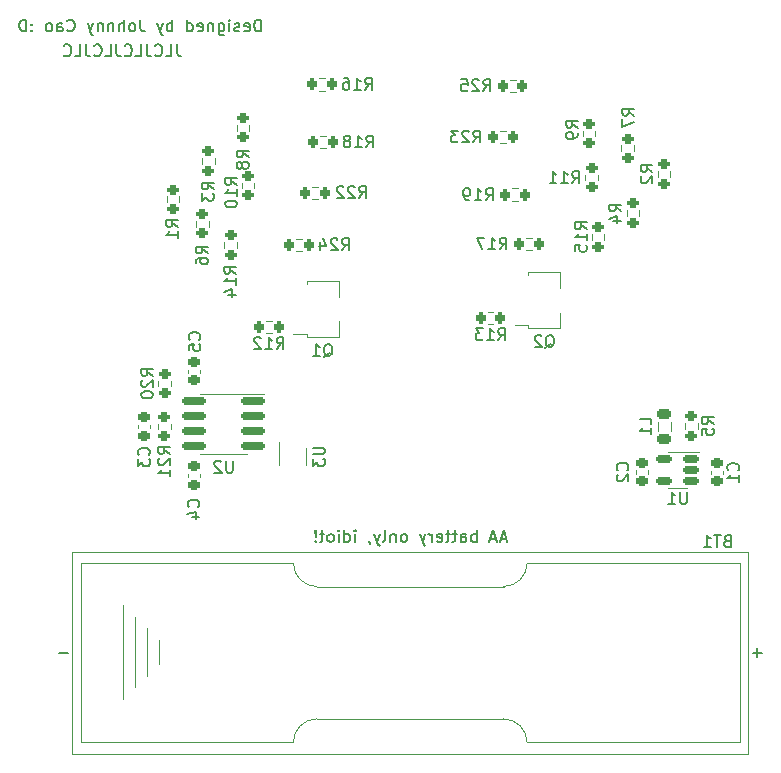
<source format=gbo>
%TF.GenerationSoftware,KiCad,Pcbnew,(6.0.0-0)*%
%TF.CreationDate,2022-07-31T01:07:45-04:00*%
%TF.ProjectId,sam-bday-21,73616d2d-6264-4617-992d-32312e6b6963,v1*%
%TF.SameCoordinates,Original*%
%TF.FileFunction,Legend,Bot*%
%TF.FilePolarity,Positive*%
%FSLAX46Y46*%
G04 Gerber Fmt 4.6, Leading zero omitted, Abs format (unit mm)*
G04 Created by KiCad (PCBNEW (6.0.0-0)) date 2022-07-31 01:07:45*
%MOMM*%
%LPD*%
G01*
G04 APERTURE LIST*
G04 Aperture macros list*
%AMRoundRect*
0 Rectangle with rounded corners*
0 $1 Rounding radius*
0 $2 $3 $4 $5 $6 $7 $8 $9 X,Y pos of 4 corners*
0 Add a 4 corners polygon primitive as box body*
4,1,4,$2,$3,$4,$5,$6,$7,$8,$9,$2,$3,0*
0 Add four circle primitives for the rounded corners*
1,1,$1+$1,$2,$3*
1,1,$1+$1,$4,$5*
1,1,$1+$1,$6,$7*
1,1,$1+$1,$8,$9*
0 Add four rect primitives between the rounded corners*
20,1,$1+$1,$2,$3,$4,$5,0*
20,1,$1+$1,$4,$5,$6,$7,0*
20,1,$1+$1,$6,$7,$8,$9,0*
20,1,$1+$1,$8,$9,$2,$3,0*%
%AMFreePoly0*
4,1,9,3.862500,-0.866500,0.737500,-0.866500,0.737500,-0.450000,-0.737500,-0.450000,-0.737500,0.450000,0.737500,0.450000,0.737500,0.866500,3.862500,0.866500,3.862500,-0.866500,3.862500,-0.866500,$1*%
G04 Aperture macros list end*
%ADD10C,0.150000*%
%ADD11C,0.120000*%
%ADD12RoundRect,0.200000X0.200000X0.275000X-0.200000X0.275000X-0.200000X-0.275000X0.200000X-0.275000X0*%
%ADD13RoundRect,0.200000X-0.275000X0.200000X-0.275000X-0.200000X0.275000X-0.200000X0.275000X0.200000X0*%
%ADD14RoundRect,0.218750X-0.381250X0.218750X-0.381250X-0.218750X0.381250X-0.218750X0.381250X0.218750X0*%
%ADD15R,1.300000X0.900000*%
%ADD16FreePoly0,0.000000*%
%ADD17RoundRect,0.225000X0.250000X-0.225000X0.250000X0.225000X-0.250000X0.225000X-0.250000X-0.225000X0*%
%ADD18RoundRect,0.225000X-0.250000X0.225000X-0.250000X-0.225000X0.250000X-0.225000X0.250000X0.225000X0*%
%ADD19RoundRect,0.200000X-0.200000X-0.275000X0.200000X-0.275000X0.200000X0.275000X-0.200000X0.275000X0*%
%ADD20R,0.400000X0.650000*%
%ADD21C,2.000000*%
%ADD22R,2.000000X2.000000*%
%ADD23C,2.640000*%
%ADD24RoundRect,0.150000X0.825000X0.150000X-0.825000X0.150000X-0.825000X-0.150000X0.825000X-0.150000X0*%
%ADD25RoundRect,0.150000X0.512500X0.150000X-0.512500X0.150000X-0.512500X-0.150000X0.512500X-0.150000X0*%
G04 APERTURE END LIST*
D10*
X116887047Y-60564780D02*
X116887047Y-61279066D01*
X116934666Y-61421923D01*
X117029904Y-61517161D01*
X117172761Y-61564780D01*
X117268000Y-61564780D01*
X115934666Y-61564780D02*
X116410857Y-61564780D01*
X116410857Y-60564780D01*
X115029904Y-61469542D02*
X115077523Y-61517161D01*
X115220380Y-61564780D01*
X115315619Y-61564780D01*
X115458476Y-61517161D01*
X115553714Y-61421923D01*
X115601333Y-61326685D01*
X115648952Y-61136209D01*
X115648952Y-60993352D01*
X115601333Y-60802876D01*
X115553714Y-60707638D01*
X115458476Y-60612400D01*
X115315619Y-60564780D01*
X115220380Y-60564780D01*
X115077523Y-60612400D01*
X115029904Y-60660019D01*
X114315619Y-60564780D02*
X114315619Y-61279066D01*
X114363238Y-61421923D01*
X114458476Y-61517161D01*
X114601333Y-61564780D01*
X114696571Y-61564780D01*
X113363238Y-61564780D02*
X113839428Y-61564780D01*
X113839428Y-60564780D01*
X112458476Y-61469542D02*
X112506095Y-61517161D01*
X112648952Y-61564780D01*
X112744190Y-61564780D01*
X112887047Y-61517161D01*
X112982285Y-61421923D01*
X113029904Y-61326685D01*
X113077523Y-61136209D01*
X113077523Y-60993352D01*
X113029904Y-60802876D01*
X112982285Y-60707638D01*
X112887047Y-60612400D01*
X112744190Y-60564780D01*
X112648952Y-60564780D01*
X112506095Y-60612400D01*
X112458476Y-60660019D01*
X111744190Y-60564780D02*
X111744190Y-61279066D01*
X111791809Y-61421923D01*
X111887047Y-61517161D01*
X112029904Y-61564780D01*
X112125142Y-61564780D01*
X110791809Y-61564780D02*
X111268000Y-61564780D01*
X111268000Y-60564780D01*
X109887047Y-61469542D02*
X109934666Y-61517161D01*
X110077523Y-61564780D01*
X110172761Y-61564780D01*
X110315619Y-61517161D01*
X110410857Y-61421923D01*
X110458476Y-61326685D01*
X110506095Y-61136209D01*
X110506095Y-60993352D01*
X110458476Y-60802876D01*
X110410857Y-60707638D01*
X110315619Y-60612400D01*
X110172761Y-60564780D01*
X110077523Y-60564780D01*
X109934666Y-60612400D01*
X109887047Y-60660019D01*
X109172761Y-60564780D02*
X109172761Y-61279066D01*
X109220380Y-61421923D01*
X109315619Y-61517161D01*
X109458476Y-61564780D01*
X109553714Y-61564780D01*
X108220380Y-61564780D02*
X108696571Y-61564780D01*
X108696571Y-60564780D01*
X107315619Y-61469542D02*
X107363238Y-61517161D01*
X107506095Y-61564780D01*
X107601333Y-61564780D01*
X107744190Y-61517161D01*
X107839428Y-61421923D01*
X107887047Y-61326685D01*
X107934666Y-61136209D01*
X107934666Y-60993352D01*
X107887047Y-60802876D01*
X107839428Y-60707638D01*
X107744190Y-60612400D01*
X107601333Y-60564780D01*
X107506095Y-60564780D01*
X107363238Y-60612400D01*
X107315619Y-60660019D01*
X144772638Y-102401666D02*
X144296447Y-102401666D01*
X144867876Y-102687380D02*
X144534542Y-101687380D01*
X144201209Y-102687380D01*
X143915495Y-102401666D02*
X143439304Y-102401666D01*
X144010733Y-102687380D02*
X143677400Y-101687380D01*
X143344066Y-102687380D01*
X142248828Y-102687380D02*
X142248828Y-101687380D01*
X142248828Y-102068333D02*
X142153590Y-102020714D01*
X141963114Y-102020714D01*
X141867876Y-102068333D01*
X141820257Y-102115952D01*
X141772638Y-102211190D01*
X141772638Y-102496904D01*
X141820257Y-102592142D01*
X141867876Y-102639761D01*
X141963114Y-102687380D01*
X142153590Y-102687380D01*
X142248828Y-102639761D01*
X140915495Y-102687380D02*
X140915495Y-102163571D01*
X140963114Y-102068333D01*
X141058352Y-102020714D01*
X141248828Y-102020714D01*
X141344066Y-102068333D01*
X140915495Y-102639761D02*
X141010733Y-102687380D01*
X141248828Y-102687380D01*
X141344066Y-102639761D01*
X141391685Y-102544523D01*
X141391685Y-102449285D01*
X141344066Y-102354047D01*
X141248828Y-102306428D01*
X141010733Y-102306428D01*
X140915495Y-102258809D01*
X140582161Y-102020714D02*
X140201209Y-102020714D01*
X140439304Y-101687380D02*
X140439304Y-102544523D01*
X140391685Y-102639761D01*
X140296447Y-102687380D01*
X140201209Y-102687380D01*
X140010733Y-102020714D02*
X139629780Y-102020714D01*
X139867876Y-101687380D02*
X139867876Y-102544523D01*
X139820257Y-102639761D01*
X139725019Y-102687380D01*
X139629780Y-102687380D01*
X138915495Y-102639761D02*
X139010733Y-102687380D01*
X139201209Y-102687380D01*
X139296447Y-102639761D01*
X139344066Y-102544523D01*
X139344066Y-102163571D01*
X139296447Y-102068333D01*
X139201209Y-102020714D01*
X139010733Y-102020714D01*
X138915495Y-102068333D01*
X138867876Y-102163571D01*
X138867876Y-102258809D01*
X139344066Y-102354047D01*
X138439304Y-102687380D02*
X138439304Y-102020714D01*
X138439304Y-102211190D02*
X138391685Y-102115952D01*
X138344066Y-102068333D01*
X138248828Y-102020714D01*
X138153590Y-102020714D01*
X137915495Y-102020714D02*
X137677400Y-102687380D01*
X137439304Y-102020714D02*
X137677400Y-102687380D01*
X137772638Y-102925476D01*
X137820257Y-102973095D01*
X137915495Y-103020714D01*
X136153590Y-102687380D02*
X136248828Y-102639761D01*
X136296447Y-102592142D01*
X136344066Y-102496904D01*
X136344066Y-102211190D01*
X136296447Y-102115952D01*
X136248828Y-102068333D01*
X136153590Y-102020714D01*
X136010733Y-102020714D01*
X135915495Y-102068333D01*
X135867876Y-102115952D01*
X135820257Y-102211190D01*
X135820257Y-102496904D01*
X135867876Y-102592142D01*
X135915495Y-102639761D01*
X136010733Y-102687380D01*
X136153590Y-102687380D01*
X135391685Y-102020714D02*
X135391685Y-102687380D01*
X135391685Y-102115952D02*
X135344066Y-102068333D01*
X135248828Y-102020714D01*
X135105971Y-102020714D01*
X135010733Y-102068333D01*
X134963114Y-102163571D01*
X134963114Y-102687380D01*
X134344066Y-102687380D02*
X134439304Y-102639761D01*
X134486923Y-102544523D01*
X134486923Y-101687380D01*
X134058352Y-102020714D02*
X133820257Y-102687380D01*
X133582161Y-102020714D02*
X133820257Y-102687380D01*
X133915495Y-102925476D01*
X133963114Y-102973095D01*
X134058352Y-103020714D01*
X133153590Y-102639761D02*
X133153590Y-102687380D01*
X133201209Y-102782619D01*
X133248828Y-102830238D01*
X131963114Y-102687380D02*
X131963114Y-102020714D01*
X131963114Y-101687380D02*
X132010733Y-101735000D01*
X131963114Y-101782619D01*
X131915495Y-101735000D01*
X131963114Y-101687380D01*
X131963114Y-101782619D01*
X131058352Y-102687380D02*
X131058352Y-101687380D01*
X131058352Y-102639761D02*
X131153590Y-102687380D01*
X131344066Y-102687380D01*
X131439304Y-102639761D01*
X131486923Y-102592142D01*
X131534542Y-102496904D01*
X131534542Y-102211190D01*
X131486923Y-102115952D01*
X131439304Y-102068333D01*
X131344066Y-102020714D01*
X131153590Y-102020714D01*
X131058352Y-102068333D01*
X130582161Y-102687380D02*
X130582161Y-102020714D01*
X130582161Y-101687380D02*
X130629780Y-101735000D01*
X130582161Y-101782619D01*
X130534542Y-101735000D01*
X130582161Y-101687380D01*
X130582161Y-101782619D01*
X129963114Y-102687380D02*
X130058352Y-102639761D01*
X130105971Y-102592142D01*
X130153590Y-102496904D01*
X130153590Y-102211190D01*
X130105971Y-102115952D01*
X130058352Y-102068333D01*
X129963114Y-102020714D01*
X129820257Y-102020714D01*
X129725019Y-102068333D01*
X129677400Y-102115952D01*
X129629780Y-102211190D01*
X129629780Y-102496904D01*
X129677400Y-102592142D01*
X129725019Y-102639761D01*
X129820257Y-102687380D01*
X129963114Y-102687380D01*
X129344066Y-102020714D02*
X128963114Y-102020714D01*
X129201209Y-101687380D02*
X129201209Y-102544523D01*
X129153590Y-102639761D01*
X129058352Y-102687380D01*
X128963114Y-102687380D01*
X128629780Y-102592142D02*
X128582161Y-102639761D01*
X128629780Y-102687380D01*
X128677400Y-102639761D01*
X128629780Y-102592142D01*
X128629780Y-102687380D01*
X128629780Y-102306428D02*
X128677400Y-101735000D01*
X128629780Y-101687380D01*
X128582161Y-101735000D01*
X128629780Y-102306428D01*
X128629780Y-101687380D01*
X123982476Y-59456580D02*
X123982476Y-58456580D01*
X123744380Y-58456580D01*
X123601523Y-58504200D01*
X123506285Y-58599438D01*
X123458666Y-58694676D01*
X123411047Y-58885152D01*
X123411047Y-59028009D01*
X123458666Y-59218485D01*
X123506285Y-59313723D01*
X123601523Y-59408961D01*
X123744380Y-59456580D01*
X123982476Y-59456580D01*
X122601523Y-59408961D02*
X122696761Y-59456580D01*
X122887238Y-59456580D01*
X122982476Y-59408961D01*
X123030095Y-59313723D01*
X123030095Y-58932771D01*
X122982476Y-58837533D01*
X122887238Y-58789914D01*
X122696761Y-58789914D01*
X122601523Y-58837533D01*
X122553904Y-58932771D01*
X122553904Y-59028009D01*
X123030095Y-59123247D01*
X122172952Y-59408961D02*
X122077714Y-59456580D01*
X121887238Y-59456580D01*
X121792000Y-59408961D01*
X121744380Y-59313723D01*
X121744380Y-59266104D01*
X121792000Y-59170866D01*
X121887238Y-59123247D01*
X122030095Y-59123247D01*
X122125333Y-59075628D01*
X122172952Y-58980390D01*
X122172952Y-58932771D01*
X122125333Y-58837533D01*
X122030095Y-58789914D01*
X121887238Y-58789914D01*
X121792000Y-58837533D01*
X121315809Y-59456580D02*
X121315809Y-58789914D01*
X121315809Y-58456580D02*
X121363428Y-58504200D01*
X121315809Y-58551819D01*
X121268190Y-58504200D01*
X121315809Y-58456580D01*
X121315809Y-58551819D01*
X120411047Y-58789914D02*
X120411047Y-59599438D01*
X120458666Y-59694676D01*
X120506285Y-59742295D01*
X120601523Y-59789914D01*
X120744380Y-59789914D01*
X120839619Y-59742295D01*
X120411047Y-59408961D02*
X120506285Y-59456580D01*
X120696761Y-59456580D01*
X120792000Y-59408961D01*
X120839619Y-59361342D01*
X120887238Y-59266104D01*
X120887238Y-58980390D01*
X120839619Y-58885152D01*
X120792000Y-58837533D01*
X120696761Y-58789914D01*
X120506285Y-58789914D01*
X120411047Y-58837533D01*
X119934857Y-58789914D02*
X119934857Y-59456580D01*
X119934857Y-58885152D02*
X119887238Y-58837533D01*
X119792000Y-58789914D01*
X119649142Y-58789914D01*
X119553904Y-58837533D01*
X119506285Y-58932771D01*
X119506285Y-59456580D01*
X118649142Y-59408961D02*
X118744380Y-59456580D01*
X118934857Y-59456580D01*
X119030095Y-59408961D01*
X119077714Y-59313723D01*
X119077714Y-58932771D01*
X119030095Y-58837533D01*
X118934857Y-58789914D01*
X118744380Y-58789914D01*
X118649142Y-58837533D01*
X118601523Y-58932771D01*
X118601523Y-59028009D01*
X119077714Y-59123247D01*
X117744380Y-59456580D02*
X117744380Y-58456580D01*
X117744380Y-59408961D02*
X117839619Y-59456580D01*
X118030095Y-59456580D01*
X118125333Y-59408961D01*
X118172952Y-59361342D01*
X118220571Y-59266104D01*
X118220571Y-58980390D01*
X118172952Y-58885152D01*
X118125333Y-58837533D01*
X118030095Y-58789914D01*
X117839619Y-58789914D01*
X117744380Y-58837533D01*
X116506285Y-59456580D02*
X116506285Y-58456580D01*
X116506285Y-58837533D02*
X116411047Y-58789914D01*
X116220571Y-58789914D01*
X116125333Y-58837533D01*
X116077714Y-58885152D01*
X116030095Y-58980390D01*
X116030095Y-59266104D01*
X116077714Y-59361342D01*
X116125333Y-59408961D01*
X116220571Y-59456580D01*
X116411047Y-59456580D01*
X116506285Y-59408961D01*
X115696761Y-58789914D02*
X115458666Y-59456580D01*
X115220571Y-58789914D02*
X115458666Y-59456580D01*
X115553904Y-59694676D01*
X115601523Y-59742295D01*
X115696761Y-59789914D01*
X113792000Y-58456580D02*
X113792000Y-59170866D01*
X113839619Y-59313723D01*
X113934857Y-59408961D01*
X114077714Y-59456580D01*
X114172952Y-59456580D01*
X113172952Y-59456580D02*
X113268190Y-59408961D01*
X113315809Y-59361342D01*
X113363428Y-59266104D01*
X113363428Y-58980390D01*
X113315809Y-58885152D01*
X113268190Y-58837533D01*
X113172952Y-58789914D01*
X113030095Y-58789914D01*
X112934857Y-58837533D01*
X112887238Y-58885152D01*
X112839619Y-58980390D01*
X112839619Y-59266104D01*
X112887238Y-59361342D01*
X112934857Y-59408961D01*
X113030095Y-59456580D01*
X113172952Y-59456580D01*
X112411047Y-59456580D02*
X112411047Y-58456580D01*
X111982476Y-59456580D02*
X111982476Y-58932771D01*
X112030095Y-58837533D01*
X112125333Y-58789914D01*
X112268190Y-58789914D01*
X112363428Y-58837533D01*
X112411047Y-58885152D01*
X111506285Y-58789914D02*
X111506285Y-59456580D01*
X111506285Y-58885152D02*
X111458666Y-58837533D01*
X111363428Y-58789914D01*
X111220571Y-58789914D01*
X111125333Y-58837533D01*
X111077714Y-58932771D01*
X111077714Y-59456580D01*
X110601523Y-58789914D02*
X110601523Y-59456580D01*
X110601523Y-58885152D02*
X110553904Y-58837533D01*
X110458666Y-58789914D01*
X110315809Y-58789914D01*
X110220571Y-58837533D01*
X110172952Y-58932771D01*
X110172952Y-59456580D01*
X109792000Y-58789914D02*
X109553904Y-59456580D01*
X109315809Y-58789914D02*
X109553904Y-59456580D01*
X109649142Y-59694676D01*
X109696761Y-59742295D01*
X109792000Y-59789914D01*
X107601523Y-59361342D02*
X107649142Y-59408961D01*
X107792000Y-59456580D01*
X107887238Y-59456580D01*
X108030095Y-59408961D01*
X108125333Y-59313723D01*
X108172952Y-59218485D01*
X108220571Y-59028009D01*
X108220571Y-58885152D01*
X108172952Y-58694676D01*
X108125333Y-58599438D01*
X108030095Y-58504200D01*
X107887238Y-58456580D01*
X107792000Y-58456580D01*
X107649142Y-58504200D01*
X107601523Y-58551819D01*
X106744380Y-59456580D02*
X106744380Y-58932771D01*
X106792000Y-58837533D01*
X106887238Y-58789914D01*
X107077714Y-58789914D01*
X107172952Y-58837533D01*
X106744380Y-59408961D02*
X106839619Y-59456580D01*
X107077714Y-59456580D01*
X107172952Y-59408961D01*
X107220571Y-59313723D01*
X107220571Y-59218485D01*
X107172952Y-59123247D01*
X107077714Y-59075628D01*
X106839619Y-59075628D01*
X106744380Y-59028009D01*
X106125333Y-59456580D02*
X106220571Y-59408961D01*
X106268190Y-59361342D01*
X106315809Y-59266104D01*
X106315809Y-58980390D01*
X106268190Y-58885152D01*
X106220571Y-58837533D01*
X106125333Y-58789914D01*
X105982476Y-58789914D01*
X105887238Y-58837533D01*
X105839619Y-58885152D01*
X105792000Y-58980390D01*
X105792000Y-59266104D01*
X105839619Y-59361342D01*
X105887238Y-59408961D01*
X105982476Y-59456580D01*
X106125333Y-59456580D01*
X104601523Y-59361342D02*
X104553904Y-59408961D01*
X104601523Y-59456580D01*
X104649142Y-59408961D01*
X104601523Y-59361342D01*
X104601523Y-59456580D01*
X104601523Y-58837533D02*
X104553904Y-58885152D01*
X104601523Y-58932771D01*
X104649142Y-58885152D01*
X104601523Y-58837533D01*
X104601523Y-58932771D01*
X104125333Y-59456580D02*
X104125333Y-58456580D01*
X103887238Y-58456580D01*
X103744380Y-58504200D01*
X103649142Y-58599438D01*
X103601523Y-58694676D01*
X103553904Y-58885152D01*
X103553904Y-59028009D01*
X103601523Y-59218485D01*
X103649142Y-59313723D01*
X103744380Y-59408961D01*
X103887238Y-59456580D01*
X104125333Y-59456580D01*
%TO.C,R17*%
X144203657Y-77922380D02*
X144536990Y-77446190D01*
X144775085Y-77922380D02*
X144775085Y-76922380D01*
X144394133Y-76922380D01*
X144298895Y-76970000D01*
X144251276Y-77017619D01*
X144203657Y-77112857D01*
X144203657Y-77255714D01*
X144251276Y-77350952D01*
X144298895Y-77398571D01*
X144394133Y-77446190D01*
X144775085Y-77446190D01*
X143251276Y-77922380D02*
X143822704Y-77922380D01*
X143536990Y-77922380D02*
X143536990Y-76922380D01*
X143632228Y-77065238D01*
X143727466Y-77160476D01*
X143822704Y-77208095D01*
X142917942Y-76922380D02*
X142251276Y-76922380D01*
X142679847Y-77922380D01*
%TO.C,R20*%
X114858780Y-88612742D02*
X114382590Y-88279409D01*
X114858780Y-88041314D02*
X113858780Y-88041314D01*
X113858780Y-88422266D01*
X113906400Y-88517504D01*
X113954019Y-88565123D01*
X114049257Y-88612742D01*
X114192114Y-88612742D01*
X114287352Y-88565123D01*
X114334971Y-88517504D01*
X114382590Y-88422266D01*
X114382590Y-88041314D01*
X113954019Y-88993695D02*
X113906400Y-89041314D01*
X113858780Y-89136552D01*
X113858780Y-89374647D01*
X113906400Y-89469885D01*
X113954019Y-89517504D01*
X114049257Y-89565123D01*
X114144495Y-89565123D01*
X114287352Y-89517504D01*
X114858780Y-88946076D01*
X114858780Y-89565123D01*
X113858780Y-90184171D02*
X113858780Y-90279409D01*
X113906400Y-90374647D01*
X113954019Y-90422266D01*
X114049257Y-90469885D01*
X114239733Y-90517504D01*
X114477828Y-90517504D01*
X114668304Y-90469885D01*
X114763542Y-90422266D01*
X114811161Y-90374647D01*
X114858780Y-90279409D01*
X114858780Y-90184171D01*
X114811161Y-90088933D01*
X114763542Y-90041314D01*
X114668304Y-89993695D01*
X114477828Y-89946076D01*
X114239733Y-89946076D01*
X114049257Y-89993695D01*
X113954019Y-90041314D01*
X113906400Y-90088933D01*
X113858780Y-90184171D01*
%TO.C,L1*%
X157057367Y-92720252D02*
X157057367Y-92244061D01*
X156057367Y-92244061D01*
X157057367Y-93577395D02*
X157057367Y-93005966D01*
X157057367Y-93291680D02*
X156057367Y-93291680D01*
X156200225Y-93196442D01*
X156295463Y-93101204D01*
X156343082Y-93005966D01*
%TO.C,R15*%
X151574780Y-76205342D02*
X151098590Y-75872009D01*
X151574780Y-75633914D02*
X150574780Y-75633914D01*
X150574780Y-76014866D01*
X150622400Y-76110104D01*
X150670019Y-76157723D01*
X150765257Y-76205342D01*
X150908114Y-76205342D01*
X151003352Y-76157723D01*
X151050971Y-76110104D01*
X151098590Y-76014866D01*
X151098590Y-75633914D01*
X151574780Y-77157723D02*
X151574780Y-76586295D01*
X151574780Y-76872009D02*
X150574780Y-76872009D01*
X150717638Y-76776771D01*
X150812876Y-76681533D01*
X150860495Y-76586295D01*
X150574780Y-78062485D02*
X150574780Y-77586295D01*
X151050971Y-77538676D01*
X151003352Y-77586295D01*
X150955733Y-77681533D01*
X150955733Y-77919628D01*
X151003352Y-78014866D01*
X151050971Y-78062485D01*
X151146209Y-78110104D01*
X151384304Y-78110104D01*
X151479542Y-78062485D01*
X151527161Y-78014866D01*
X151574780Y-77919628D01*
X151574780Y-77681533D01*
X151527161Y-77586295D01*
X151479542Y-77538676D01*
%TO.C,Q2*%
X148070838Y-86267419D02*
X148166076Y-86219800D01*
X148261314Y-86124561D01*
X148404171Y-85981704D01*
X148499409Y-85934085D01*
X148594647Y-85934085D01*
X148547028Y-86172180D02*
X148642266Y-86124561D01*
X148737504Y-86029323D01*
X148785123Y-85838847D01*
X148785123Y-85505514D01*
X148737504Y-85315038D01*
X148642266Y-85219800D01*
X148547028Y-85172180D01*
X148356552Y-85172180D01*
X148261314Y-85219800D01*
X148166076Y-85315038D01*
X148118457Y-85505514D01*
X148118457Y-85838847D01*
X148166076Y-86029323D01*
X148261314Y-86124561D01*
X148356552Y-86172180D01*
X148547028Y-86172180D01*
X147737504Y-85267419D02*
X147689885Y-85219800D01*
X147594647Y-85172180D01*
X147356552Y-85172180D01*
X147261314Y-85219800D01*
X147213695Y-85267419D01*
X147166076Y-85362657D01*
X147166076Y-85457895D01*
X147213695Y-85600752D01*
X147785123Y-86172180D01*
X147166076Y-86172180D01*
%TO.C,R11*%
X150350457Y-72308980D02*
X150683790Y-71832790D01*
X150921885Y-72308980D02*
X150921885Y-71308980D01*
X150540933Y-71308980D01*
X150445695Y-71356600D01*
X150398076Y-71404219D01*
X150350457Y-71499457D01*
X150350457Y-71642314D01*
X150398076Y-71737552D01*
X150445695Y-71785171D01*
X150540933Y-71832790D01*
X150921885Y-71832790D01*
X149398076Y-72308980D02*
X149969504Y-72308980D01*
X149683790Y-72308980D02*
X149683790Y-71308980D01*
X149779028Y-71451838D01*
X149874266Y-71547076D01*
X149969504Y-71594695D01*
X148445695Y-72308980D02*
X149017123Y-72308980D01*
X148731409Y-72308980D02*
X148731409Y-71308980D01*
X148826647Y-71451838D01*
X148921885Y-71547076D01*
X149017123Y-71594695D01*
%TO.C,R19*%
X143035257Y-73756780D02*
X143368590Y-73280590D01*
X143606685Y-73756780D02*
X143606685Y-72756780D01*
X143225733Y-72756780D01*
X143130495Y-72804400D01*
X143082876Y-72852019D01*
X143035257Y-72947257D01*
X143035257Y-73090114D01*
X143082876Y-73185352D01*
X143130495Y-73232971D01*
X143225733Y-73280590D01*
X143606685Y-73280590D01*
X142082876Y-73756780D02*
X142654304Y-73756780D01*
X142368590Y-73756780D02*
X142368590Y-72756780D01*
X142463828Y-72899638D01*
X142559066Y-72994876D01*
X142654304Y-73042495D01*
X141606685Y-73756780D02*
X141416209Y-73756780D01*
X141320971Y-73709161D01*
X141273352Y-73661542D01*
X141178114Y-73518685D01*
X141130495Y-73328209D01*
X141130495Y-72947257D01*
X141178114Y-72852019D01*
X141225733Y-72804400D01*
X141320971Y-72756780D01*
X141511447Y-72756780D01*
X141606685Y-72804400D01*
X141654304Y-72852019D01*
X141701923Y-72947257D01*
X141701923Y-73185352D01*
X141654304Y-73280590D01*
X141606685Y-73328209D01*
X141511447Y-73375828D01*
X141320971Y-73375828D01*
X141225733Y-73328209D01*
X141178114Y-73280590D01*
X141130495Y-73185352D01*
%TO.C,C2*%
X155017742Y-96607333D02*
X155065361Y-96559714D01*
X155112980Y-96416857D01*
X155112980Y-96321619D01*
X155065361Y-96178761D01*
X154970123Y-96083523D01*
X154874885Y-96035904D01*
X154684409Y-95988285D01*
X154541552Y-95988285D01*
X154351076Y-96035904D01*
X154255838Y-96083523D01*
X154160600Y-96178761D01*
X154112980Y-96321619D01*
X154112980Y-96416857D01*
X154160600Y-96559714D01*
X154208219Y-96607333D01*
X154208219Y-96988285D02*
X154160600Y-97035904D01*
X154112980Y-97131142D01*
X154112980Y-97369238D01*
X154160600Y-97464476D01*
X154208219Y-97512095D01*
X154303457Y-97559714D01*
X154398695Y-97559714D01*
X154541552Y-97512095D01*
X155112980Y-96940666D01*
X155112980Y-97559714D01*
%TO.C,C4*%
X118695742Y-99731533D02*
X118743361Y-99683914D01*
X118790980Y-99541057D01*
X118790980Y-99445819D01*
X118743361Y-99302961D01*
X118648123Y-99207723D01*
X118552885Y-99160104D01*
X118362409Y-99112485D01*
X118219552Y-99112485D01*
X118029076Y-99160104D01*
X117933838Y-99207723D01*
X117838600Y-99302961D01*
X117790980Y-99445819D01*
X117790980Y-99541057D01*
X117838600Y-99683914D01*
X117886219Y-99731533D01*
X118124314Y-100588676D02*
X118790980Y-100588676D01*
X117743361Y-100350580D02*
X118457647Y-100112485D01*
X118457647Y-100731533D01*
%TO.C,C3*%
X114479342Y-95312133D02*
X114526961Y-95264514D01*
X114574580Y-95121657D01*
X114574580Y-95026419D01*
X114526961Y-94883561D01*
X114431723Y-94788323D01*
X114336485Y-94740704D01*
X114146009Y-94693085D01*
X114003152Y-94693085D01*
X113812676Y-94740704D01*
X113717438Y-94788323D01*
X113622200Y-94883561D01*
X113574580Y-95026419D01*
X113574580Y-95121657D01*
X113622200Y-95264514D01*
X113669819Y-95312133D01*
X113574580Y-95645466D02*
X113574580Y-96264514D01*
X113955533Y-95931180D01*
X113955533Y-96074038D01*
X114003152Y-96169276D01*
X114050771Y-96216895D01*
X114146009Y-96264514D01*
X114384104Y-96264514D01*
X114479342Y-96216895D01*
X114526961Y-96169276D01*
X114574580Y-96074038D01*
X114574580Y-95788323D01*
X114526961Y-95693085D01*
X114479342Y-95645466D01*
%TO.C,C5*%
X118771942Y-85558333D02*
X118819561Y-85510714D01*
X118867180Y-85367857D01*
X118867180Y-85272619D01*
X118819561Y-85129761D01*
X118724323Y-85034523D01*
X118629085Y-84986904D01*
X118438609Y-84939285D01*
X118295752Y-84939285D01*
X118105276Y-84986904D01*
X118010038Y-85034523D01*
X117914800Y-85129761D01*
X117867180Y-85272619D01*
X117867180Y-85367857D01*
X117914800Y-85510714D01*
X117962419Y-85558333D01*
X117867180Y-86463095D02*
X117867180Y-85986904D01*
X118343371Y-85939285D01*
X118295752Y-85986904D01*
X118248133Y-86082142D01*
X118248133Y-86320238D01*
X118295752Y-86415476D01*
X118343371Y-86463095D01*
X118438609Y-86510714D01*
X118676704Y-86510714D01*
X118771942Y-86463095D01*
X118819561Y-86415476D01*
X118867180Y-86320238D01*
X118867180Y-86082142D01*
X118819561Y-85986904D01*
X118771942Y-85939285D01*
%TO.C,R13*%
X144070457Y-85600780D02*
X144403790Y-85124590D01*
X144641885Y-85600780D02*
X144641885Y-84600780D01*
X144260933Y-84600780D01*
X144165695Y-84648400D01*
X144118076Y-84696019D01*
X144070457Y-84791257D01*
X144070457Y-84934114D01*
X144118076Y-85029352D01*
X144165695Y-85076971D01*
X144260933Y-85124590D01*
X144641885Y-85124590D01*
X143118076Y-85600780D02*
X143689504Y-85600780D01*
X143403790Y-85600780D02*
X143403790Y-84600780D01*
X143499028Y-84743638D01*
X143594266Y-84838876D01*
X143689504Y-84886495D01*
X142784742Y-84600780D02*
X142165695Y-84600780D01*
X142499028Y-84981733D01*
X142356171Y-84981733D01*
X142260933Y-85029352D01*
X142213314Y-85076971D01*
X142165695Y-85172209D01*
X142165695Y-85410304D01*
X142213314Y-85505542D01*
X142260933Y-85553161D01*
X142356171Y-85600780D01*
X142641885Y-85600780D01*
X142737123Y-85553161D01*
X142784742Y-85505542D01*
%TO.C,C1*%
X164386529Y-96619452D02*
X164434148Y-96571833D01*
X164481767Y-96428976D01*
X164481767Y-96333738D01*
X164434148Y-96190880D01*
X164338910Y-96095642D01*
X164243672Y-96048023D01*
X164053196Y-96000404D01*
X163910339Y-96000404D01*
X163719863Y-96048023D01*
X163624625Y-96095642D01*
X163529387Y-96190880D01*
X163481767Y-96333738D01*
X163481767Y-96428976D01*
X163529387Y-96571833D01*
X163577006Y-96619452D01*
X164481767Y-97571833D02*
X164481767Y-97000404D01*
X164481767Y-97286119D02*
X163481767Y-97286119D01*
X163624625Y-97190880D01*
X163719863Y-97095642D01*
X163767482Y-97000404D01*
%TO.C,U3*%
X128382780Y-94691295D02*
X129192304Y-94691295D01*
X129287542Y-94738914D01*
X129335161Y-94786533D01*
X129382780Y-94881771D01*
X129382780Y-95072247D01*
X129335161Y-95167485D01*
X129287542Y-95215104D01*
X129192304Y-95262723D01*
X128382780Y-95262723D01*
X128382780Y-95643676D02*
X128382780Y-96262723D01*
X128763733Y-95929390D01*
X128763733Y-96072247D01*
X128811352Y-96167485D01*
X128858971Y-96215104D01*
X128954209Y-96262723D01*
X129192304Y-96262723D01*
X129287542Y-96215104D01*
X129335161Y-96167485D01*
X129382780Y-96072247D01*
X129382780Y-95786533D01*
X129335161Y-95691295D01*
X129287542Y-95643676D01*
%TO.C,R4*%
X154495780Y-74687133D02*
X154019590Y-74353800D01*
X154495780Y-74115704D02*
X153495780Y-74115704D01*
X153495780Y-74496657D01*
X153543400Y-74591895D01*
X153591019Y-74639514D01*
X153686257Y-74687133D01*
X153829114Y-74687133D01*
X153924352Y-74639514D01*
X153971971Y-74591895D01*
X154019590Y-74496657D01*
X154019590Y-74115704D01*
X153829114Y-75544276D02*
X154495780Y-75544276D01*
X153448161Y-75306180D02*
X154162447Y-75068085D01*
X154162447Y-75687133D01*
%TO.C,R21*%
X116276380Y-95229942D02*
X115800190Y-94896609D01*
X116276380Y-94658514D02*
X115276380Y-94658514D01*
X115276380Y-95039466D01*
X115324000Y-95134704D01*
X115371619Y-95182323D01*
X115466857Y-95229942D01*
X115609714Y-95229942D01*
X115704952Y-95182323D01*
X115752571Y-95134704D01*
X115800190Y-95039466D01*
X115800190Y-94658514D01*
X115371619Y-95610895D02*
X115324000Y-95658514D01*
X115276380Y-95753752D01*
X115276380Y-95991847D01*
X115324000Y-96087085D01*
X115371619Y-96134704D01*
X115466857Y-96182323D01*
X115562095Y-96182323D01*
X115704952Y-96134704D01*
X116276380Y-95563276D01*
X116276380Y-96182323D01*
X116276380Y-97134704D02*
X116276380Y-96563276D01*
X116276380Y-96848990D02*
X115276380Y-96848990D01*
X115419238Y-96753752D01*
X115514476Y-96658514D01*
X115562095Y-96563276D01*
%TO.C,R7*%
X155595580Y-66584533D02*
X155119390Y-66251200D01*
X155595580Y-66013104D02*
X154595580Y-66013104D01*
X154595580Y-66394057D01*
X154643200Y-66489295D01*
X154690819Y-66536914D01*
X154786057Y-66584533D01*
X154928914Y-66584533D01*
X155024152Y-66536914D01*
X155071771Y-66489295D01*
X155119390Y-66394057D01*
X155119390Y-66013104D01*
X154595580Y-66917866D02*
X154595580Y-67584533D01*
X155595580Y-67155961D01*
%TO.C,R5*%
X162315167Y-92720252D02*
X161838977Y-92386919D01*
X162315167Y-92148823D02*
X161315167Y-92148823D01*
X161315167Y-92529776D01*
X161362787Y-92625014D01*
X161410406Y-92672633D01*
X161505644Y-92720252D01*
X161648501Y-92720252D01*
X161743739Y-92672633D01*
X161791358Y-92625014D01*
X161838977Y-92529776D01*
X161838977Y-92148823D01*
X161315167Y-93625014D02*
X161315167Y-93148823D01*
X161791358Y-93101204D01*
X161743739Y-93148823D01*
X161696120Y-93244061D01*
X161696120Y-93482157D01*
X161743739Y-93577395D01*
X161791358Y-93625014D01*
X161886596Y-93672633D01*
X162124691Y-93672633D01*
X162219929Y-93625014D01*
X162267548Y-93577395D01*
X162315167Y-93482157D01*
X162315167Y-93244061D01*
X162267548Y-93148823D01*
X162219929Y-93101204D01*
%TO.C,R2*%
X157137380Y-71359733D02*
X156661190Y-71026400D01*
X157137380Y-70788304D02*
X156137380Y-70788304D01*
X156137380Y-71169257D01*
X156185000Y-71264495D01*
X156232619Y-71312114D01*
X156327857Y-71359733D01*
X156470714Y-71359733D01*
X156565952Y-71312114D01*
X156613571Y-71264495D01*
X156661190Y-71169257D01*
X156661190Y-70788304D01*
X156232619Y-71740685D02*
X156185000Y-71788304D01*
X156137380Y-71883542D01*
X156137380Y-72121638D01*
X156185000Y-72216876D01*
X156232619Y-72264495D01*
X156327857Y-72312114D01*
X156423095Y-72312114D01*
X156565952Y-72264495D01*
X157137380Y-71693066D01*
X157137380Y-72312114D01*
%TO.C,BT1*%
X163441914Y-102573371D02*
X163299057Y-102620990D01*
X163251438Y-102668609D01*
X163203819Y-102763847D01*
X163203819Y-102906704D01*
X163251438Y-103001942D01*
X163299057Y-103049561D01*
X163394295Y-103097180D01*
X163775247Y-103097180D01*
X163775247Y-102097180D01*
X163441914Y-102097180D01*
X163346676Y-102144800D01*
X163299057Y-102192419D01*
X163251438Y-102287657D01*
X163251438Y-102382895D01*
X163299057Y-102478133D01*
X163346676Y-102525752D01*
X163441914Y-102573371D01*
X163775247Y-102573371D01*
X162918104Y-102097180D02*
X162346676Y-102097180D01*
X162632390Y-103097180D02*
X162632390Y-102097180D01*
X161489533Y-103097180D02*
X162060961Y-103097180D01*
X161775247Y-103097180D02*
X161775247Y-102097180D01*
X161870485Y-102240038D01*
X161965723Y-102335276D01*
X162060961Y-102382895D01*
X107647152Y-112076228D02*
X106885247Y-112076228D01*
X166417152Y-112076228D02*
X165655247Y-112076228D01*
X166036200Y-112457180D02*
X166036200Y-111695276D01*
%TO.C,R9*%
X150820380Y-67600533D02*
X150344190Y-67267200D01*
X150820380Y-67029104D02*
X149820380Y-67029104D01*
X149820380Y-67410057D01*
X149868000Y-67505295D01*
X149915619Y-67552914D01*
X150010857Y-67600533D01*
X150153714Y-67600533D01*
X150248952Y-67552914D01*
X150296571Y-67505295D01*
X150344190Y-67410057D01*
X150344190Y-67029104D01*
X150820380Y-68076723D02*
X150820380Y-68267200D01*
X150772761Y-68362438D01*
X150725142Y-68410057D01*
X150582285Y-68505295D01*
X150391809Y-68552914D01*
X150010857Y-68552914D01*
X149915619Y-68505295D01*
X149868000Y-68457676D01*
X149820380Y-68362438D01*
X149820380Y-68171961D01*
X149868000Y-68076723D01*
X149915619Y-68029104D01*
X150010857Y-67981485D01*
X150248952Y-67981485D01*
X150344190Y-68029104D01*
X150391809Y-68076723D01*
X150439428Y-68171961D01*
X150439428Y-68362438D01*
X150391809Y-68457676D01*
X150344190Y-68505295D01*
X150248952Y-68552914D01*
%TO.C,R25*%
X142832057Y-64511180D02*
X143165390Y-64034990D01*
X143403485Y-64511180D02*
X143403485Y-63511180D01*
X143022533Y-63511180D01*
X142927295Y-63558800D01*
X142879676Y-63606419D01*
X142832057Y-63701657D01*
X142832057Y-63844514D01*
X142879676Y-63939752D01*
X142927295Y-63987371D01*
X143022533Y-64034990D01*
X143403485Y-64034990D01*
X142451104Y-63606419D02*
X142403485Y-63558800D01*
X142308247Y-63511180D01*
X142070152Y-63511180D01*
X141974914Y-63558800D01*
X141927295Y-63606419D01*
X141879676Y-63701657D01*
X141879676Y-63796895D01*
X141927295Y-63939752D01*
X142498723Y-64511180D01*
X141879676Y-64511180D01*
X140974914Y-63511180D02*
X141451104Y-63511180D01*
X141498723Y-63987371D01*
X141451104Y-63939752D01*
X141355866Y-63892133D01*
X141117771Y-63892133D01*
X141022533Y-63939752D01*
X140974914Y-63987371D01*
X140927295Y-64082609D01*
X140927295Y-64320704D01*
X140974914Y-64415942D01*
X141022533Y-64463561D01*
X141117771Y-64511180D01*
X141355866Y-64511180D01*
X141451104Y-64463561D01*
X141498723Y-64415942D01*
%TO.C,R23*%
X141968457Y-68854580D02*
X142301790Y-68378390D01*
X142539885Y-68854580D02*
X142539885Y-67854580D01*
X142158933Y-67854580D01*
X142063695Y-67902200D01*
X142016076Y-67949819D01*
X141968457Y-68045057D01*
X141968457Y-68187914D01*
X142016076Y-68283152D01*
X142063695Y-68330771D01*
X142158933Y-68378390D01*
X142539885Y-68378390D01*
X141587504Y-67949819D02*
X141539885Y-67902200D01*
X141444647Y-67854580D01*
X141206552Y-67854580D01*
X141111314Y-67902200D01*
X141063695Y-67949819D01*
X141016076Y-68045057D01*
X141016076Y-68140295D01*
X141063695Y-68283152D01*
X141635123Y-68854580D01*
X141016076Y-68854580D01*
X140682742Y-67854580D02*
X140063695Y-67854580D01*
X140397028Y-68235533D01*
X140254171Y-68235533D01*
X140158933Y-68283152D01*
X140111314Y-68330771D01*
X140063695Y-68426009D01*
X140063695Y-68664104D01*
X140111314Y-68759342D01*
X140158933Y-68806961D01*
X140254171Y-68854580D01*
X140539885Y-68854580D01*
X140635123Y-68806961D01*
X140682742Y-68759342D01*
%TO.C,U2*%
X121615104Y-95819980D02*
X121615104Y-96629504D01*
X121567485Y-96724742D01*
X121519866Y-96772361D01*
X121424628Y-96819980D01*
X121234152Y-96819980D01*
X121138914Y-96772361D01*
X121091295Y-96724742D01*
X121043676Y-96629504D01*
X121043676Y-95819980D01*
X120615104Y-95915219D02*
X120567485Y-95867600D01*
X120472247Y-95819980D01*
X120234152Y-95819980D01*
X120138914Y-95867600D01*
X120091295Y-95915219D01*
X120043676Y-96010457D01*
X120043676Y-96105695D01*
X120091295Y-96248552D01*
X120662723Y-96819980D01*
X120043676Y-96819980D01*
%TO.C,U1*%
X160059291Y-98460699D02*
X160059291Y-99270223D01*
X160011672Y-99365461D01*
X159964053Y-99413080D01*
X159868815Y-99460699D01*
X159678339Y-99460699D01*
X159583101Y-99413080D01*
X159535482Y-99365461D01*
X159487863Y-99270223D01*
X159487863Y-98460699D01*
X158487863Y-99460699D02*
X159059291Y-99460699D01*
X158773577Y-99460699D02*
X158773577Y-98460699D01*
X158868815Y-98603557D01*
X158964053Y-98698795D01*
X159059291Y-98746414D01*
%TO.C,R14*%
X121877080Y-79964042D02*
X121400890Y-79630709D01*
X121877080Y-79392614D02*
X120877080Y-79392614D01*
X120877080Y-79773566D01*
X120924700Y-79868804D01*
X120972319Y-79916423D01*
X121067557Y-79964042D01*
X121210414Y-79964042D01*
X121305652Y-79916423D01*
X121353271Y-79868804D01*
X121400890Y-79773566D01*
X121400890Y-79392614D01*
X121877080Y-80916423D02*
X121877080Y-80344995D01*
X121877080Y-80630709D02*
X120877080Y-80630709D01*
X121019938Y-80535471D01*
X121115176Y-80440233D01*
X121162795Y-80344995D01*
X121210414Y-81773566D02*
X121877080Y-81773566D01*
X120829461Y-81535471D02*
X121543747Y-81297376D01*
X121543747Y-81916423D01*
%TO.C,R10*%
X121953280Y-72445642D02*
X121477090Y-72112309D01*
X121953280Y-71874214D02*
X120953280Y-71874214D01*
X120953280Y-72255166D01*
X121000900Y-72350404D01*
X121048519Y-72398023D01*
X121143757Y-72445642D01*
X121286614Y-72445642D01*
X121381852Y-72398023D01*
X121429471Y-72350404D01*
X121477090Y-72255166D01*
X121477090Y-71874214D01*
X121953280Y-73398023D02*
X121953280Y-72826595D01*
X121953280Y-73112309D02*
X120953280Y-73112309D01*
X121096138Y-73017071D01*
X121191376Y-72921833D01*
X121238995Y-72826595D01*
X120953280Y-74017071D02*
X120953280Y-74112309D01*
X121000900Y-74207547D01*
X121048519Y-74255166D01*
X121143757Y-74302785D01*
X121334233Y-74350404D01*
X121572328Y-74350404D01*
X121762804Y-74302785D01*
X121858042Y-74255166D01*
X121905661Y-74207547D01*
X121953280Y-74112309D01*
X121953280Y-74017071D01*
X121905661Y-73921833D01*
X121858042Y-73874214D01*
X121762804Y-73826595D01*
X121572328Y-73778976D01*
X121334233Y-73778976D01*
X121143757Y-73826595D01*
X121048519Y-73874214D01*
X121000900Y-73921833D01*
X120953280Y-74017071D01*
%TO.C,R12*%
X125318757Y-86350080D02*
X125652090Y-85873890D01*
X125890185Y-86350080D02*
X125890185Y-85350080D01*
X125509233Y-85350080D01*
X125413995Y-85397700D01*
X125366376Y-85445319D01*
X125318757Y-85540557D01*
X125318757Y-85683414D01*
X125366376Y-85778652D01*
X125413995Y-85826271D01*
X125509233Y-85873890D01*
X125890185Y-85873890D01*
X124366376Y-86350080D02*
X124937804Y-86350080D01*
X124652090Y-86350080D02*
X124652090Y-85350080D01*
X124747328Y-85492938D01*
X124842566Y-85588176D01*
X124937804Y-85635795D01*
X123985423Y-85445319D02*
X123937804Y-85397700D01*
X123842566Y-85350080D01*
X123604471Y-85350080D01*
X123509233Y-85397700D01*
X123461614Y-85445319D01*
X123413995Y-85540557D01*
X123413995Y-85635795D01*
X123461614Y-85778652D01*
X124033042Y-86350080D01*
X123413995Y-86350080D01*
%TO.C,R6*%
X119489480Y-78242633D02*
X119013290Y-77909300D01*
X119489480Y-77671204D02*
X118489480Y-77671204D01*
X118489480Y-78052157D01*
X118537100Y-78147395D01*
X118584719Y-78195014D01*
X118679957Y-78242633D01*
X118822814Y-78242633D01*
X118918052Y-78195014D01*
X118965671Y-78147395D01*
X119013290Y-78052157D01*
X119013290Y-77671204D01*
X118489480Y-79099776D02*
X118489480Y-78909300D01*
X118537100Y-78814061D01*
X118584719Y-78766442D01*
X118727576Y-78671204D01*
X118918052Y-78623585D01*
X119299004Y-78623585D01*
X119394242Y-78671204D01*
X119441861Y-78718823D01*
X119489480Y-78814061D01*
X119489480Y-79004538D01*
X119441861Y-79099776D01*
X119394242Y-79147395D01*
X119299004Y-79195014D01*
X119060909Y-79195014D01*
X118965671Y-79147395D01*
X118918052Y-79099776D01*
X118870433Y-79004538D01*
X118870433Y-78814061D01*
X118918052Y-78718823D01*
X118965671Y-78671204D01*
X119060909Y-78623585D01*
%TO.C,R24*%
X130842757Y-77985880D02*
X131176090Y-77509690D01*
X131414185Y-77985880D02*
X131414185Y-76985880D01*
X131033233Y-76985880D01*
X130937995Y-77033500D01*
X130890376Y-77081119D01*
X130842757Y-77176357D01*
X130842757Y-77319214D01*
X130890376Y-77414452D01*
X130937995Y-77462071D01*
X131033233Y-77509690D01*
X131414185Y-77509690D01*
X130461804Y-77081119D02*
X130414185Y-77033500D01*
X130318947Y-76985880D01*
X130080852Y-76985880D01*
X129985614Y-77033500D01*
X129937995Y-77081119D01*
X129890376Y-77176357D01*
X129890376Y-77271595D01*
X129937995Y-77414452D01*
X130509423Y-77985880D01*
X129890376Y-77985880D01*
X129033233Y-77319214D02*
X129033233Y-77985880D01*
X129271328Y-76938261D02*
X129509423Y-77652547D01*
X128890376Y-77652547D01*
%TO.C,R22*%
X132303757Y-73566280D02*
X132637090Y-73090090D01*
X132875185Y-73566280D02*
X132875185Y-72566280D01*
X132494233Y-72566280D01*
X132398995Y-72613900D01*
X132351376Y-72661519D01*
X132303757Y-72756757D01*
X132303757Y-72899614D01*
X132351376Y-72994852D01*
X132398995Y-73042471D01*
X132494233Y-73090090D01*
X132875185Y-73090090D01*
X131922804Y-72661519D02*
X131875185Y-72613900D01*
X131779947Y-72566280D01*
X131541852Y-72566280D01*
X131446614Y-72613900D01*
X131398995Y-72661519D01*
X131351376Y-72756757D01*
X131351376Y-72851995D01*
X131398995Y-72994852D01*
X131970423Y-73566280D01*
X131351376Y-73566280D01*
X130970423Y-72661519D02*
X130922804Y-72613900D01*
X130827566Y-72566280D01*
X130589471Y-72566280D01*
X130494233Y-72613900D01*
X130446614Y-72661519D01*
X130398995Y-72756757D01*
X130398995Y-72851995D01*
X130446614Y-72994852D01*
X131018042Y-73566280D01*
X130398995Y-73566280D01*
%TO.C,R3*%
X119997480Y-72832433D02*
X119521290Y-72499100D01*
X119997480Y-72261004D02*
X118997480Y-72261004D01*
X118997480Y-72641957D01*
X119045100Y-72737195D01*
X119092719Y-72784814D01*
X119187957Y-72832433D01*
X119330814Y-72832433D01*
X119426052Y-72784814D01*
X119473671Y-72737195D01*
X119521290Y-72641957D01*
X119521290Y-72261004D01*
X118997480Y-73165766D02*
X118997480Y-73784814D01*
X119378433Y-73451480D01*
X119378433Y-73594338D01*
X119426052Y-73689576D01*
X119473671Y-73737195D01*
X119568909Y-73784814D01*
X119807004Y-73784814D01*
X119902242Y-73737195D01*
X119949861Y-73689576D01*
X119997480Y-73594338D01*
X119997480Y-73308623D01*
X119949861Y-73213385D01*
X119902242Y-73165766D01*
%TO.C,Q1*%
X129312938Y-87016719D02*
X129408176Y-86969100D01*
X129503414Y-86873861D01*
X129646271Y-86731004D01*
X129741509Y-86683385D01*
X129836747Y-86683385D01*
X129789128Y-86921480D02*
X129884366Y-86873861D01*
X129979604Y-86778623D01*
X130027223Y-86588147D01*
X130027223Y-86254814D01*
X129979604Y-86064338D01*
X129884366Y-85969100D01*
X129789128Y-85921480D01*
X129598652Y-85921480D01*
X129503414Y-85969100D01*
X129408176Y-86064338D01*
X129360557Y-86254814D01*
X129360557Y-86588147D01*
X129408176Y-86778623D01*
X129503414Y-86873861D01*
X129598652Y-86921480D01*
X129789128Y-86921480D01*
X128408176Y-86921480D02*
X128979604Y-86921480D01*
X128693890Y-86921480D02*
X128693890Y-85921480D01*
X128789128Y-86064338D01*
X128884366Y-86159576D01*
X128979604Y-86207195D01*
%TO.C,R8*%
X122943880Y-70127833D02*
X122467690Y-69794500D01*
X122943880Y-69556404D02*
X121943880Y-69556404D01*
X121943880Y-69937357D01*
X121991500Y-70032595D01*
X122039119Y-70080214D01*
X122134357Y-70127833D01*
X122277214Y-70127833D01*
X122372452Y-70080214D01*
X122420071Y-70032595D01*
X122467690Y-69937357D01*
X122467690Y-69556404D01*
X122372452Y-70699261D02*
X122324833Y-70604023D01*
X122277214Y-70556404D01*
X122181976Y-70508785D01*
X122134357Y-70508785D01*
X122039119Y-70556404D01*
X121991500Y-70604023D01*
X121943880Y-70699261D01*
X121943880Y-70889738D01*
X121991500Y-70984976D01*
X122039119Y-71032595D01*
X122134357Y-71080214D01*
X122181976Y-71080214D01*
X122277214Y-71032595D01*
X122324833Y-70984976D01*
X122372452Y-70889738D01*
X122372452Y-70699261D01*
X122420071Y-70604023D01*
X122467690Y-70556404D01*
X122562928Y-70508785D01*
X122753404Y-70508785D01*
X122848642Y-70556404D01*
X122896261Y-70604023D01*
X122943880Y-70699261D01*
X122943880Y-70889738D01*
X122896261Y-70984976D01*
X122848642Y-71032595D01*
X122753404Y-71080214D01*
X122562928Y-71080214D01*
X122467690Y-71032595D01*
X122420071Y-70984976D01*
X122372452Y-70889738D01*
%TO.C,R16*%
X132824957Y-64396880D02*
X133158290Y-63920690D01*
X133396385Y-64396880D02*
X133396385Y-63396880D01*
X133015433Y-63396880D01*
X132920195Y-63444500D01*
X132872576Y-63492119D01*
X132824957Y-63587357D01*
X132824957Y-63730214D01*
X132872576Y-63825452D01*
X132920195Y-63873071D01*
X133015433Y-63920690D01*
X133396385Y-63920690D01*
X131872576Y-64396880D02*
X132444004Y-64396880D01*
X132158290Y-64396880D02*
X132158290Y-63396880D01*
X132253528Y-63539738D01*
X132348766Y-63634976D01*
X132444004Y-63682595D01*
X131015433Y-63396880D02*
X131205909Y-63396880D01*
X131301147Y-63444500D01*
X131348766Y-63492119D01*
X131444004Y-63634976D01*
X131491623Y-63825452D01*
X131491623Y-64206404D01*
X131444004Y-64301642D01*
X131396385Y-64349261D01*
X131301147Y-64396880D01*
X131110671Y-64396880D01*
X131015433Y-64349261D01*
X130967814Y-64301642D01*
X130920195Y-64206404D01*
X130920195Y-63968309D01*
X130967814Y-63873071D01*
X131015433Y-63825452D01*
X131110671Y-63777833D01*
X131301147Y-63777833D01*
X131396385Y-63825452D01*
X131444004Y-63873071D01*
X131491623Y-63968309D01*
%TO.C,R18*%
X132901157Y-69273680D02*
X133234490Y-68797490D01*
X133472585Y-69273680D02*
X133472585Y-68273680D01*
X133091633Y-68273680D01*
X132996395Y-68321300D01*
X132948776Y-68368919D01*
X132901157Y-68464157D01*
X132901157Y-68607014D01*
X132948776Y-68702252D01*
X132996395Y-68749871D01*
X133091633Y-68797490D01*
X133472585Y-68797490D01*
X131948776Y-69273680D02*
X132520204Y-69273680D01*
X132234490Y-69273680D02*
X132234490Y-68273680D01*
X132329728Y-68416538D01*
X132424966Y-68511776D01*
X132520204Y-68559395D01*
X131377347Y-68702252D02*
X131472585Y-68654633D01*
X131520204Y-68607014D01*
X131567823Y-68511776D01*
X131567823Y-68464157D01*
X131520204Y-68368919D01*
X131472585Y-68321300D01*
X131377347Y-68273680D01*
X131186871Y-68273680D01*
X131091633Y-68321300D01*
X131044014Y-68368919D01*
X130996395Y-68464157D01*
X130996395Y-68511776D01*
X131044014Y-68607014D01*
X131091633Y-68654633D01*
X131186871Y-68702252D01*
X131377347Y-68702252D01*
X131472585Y-68749871D01*
X131520204Y-68797490D01*
X131567823Y-68892728D01*
X131567823Y-69083204D01*
X131520204Y-69178442D01*
X131472585Y-69226061D01*
X131377347Y-69273680D01*
X131186871Y-69273680D01*
X131091633Y-69226061D01*
X131044014Y-69178442D01*
X130996395Y-69083204D01*
X130996395Y-68892728D01*
X131044014Y-68797490D01*
X131091633Y-68749871D01*
X131186871Y-68702252D01*
%TO.C,R1*%
X116974880Y-76008433D02*
X116498690Y-75675100D01*
X116974880Y-75437004D02*
X115974880Y-75437004D01*
X115974880Y-75817957D01*
X116022500Y-75913195D01*
X116070119Y-75960814D01*
X116165357Y-76008433D01*
X116308214Y-76008433D01*
X116403452Y-75960814D01*
X116451071Y-75913195D01*
X116498690Y-75817957D01*
X116498690Y-75437004D01*
X116974880Y-76960814D02*
X116974880Y-76389385D01*
X116974880Y-76675100D02*
X115974880Y-76675100D01*
X116117738Y-76579861D01*
X116212976Y-76484623D01*
X116260595Y-76389385D01*
D11*
%TO.C,R17*%
X146947658Y-77967100D02*
X146473142Y-77967100D01*
X146947658Y-76922100D02*
X146473142Y-76922100D01*
%TO.C,R20*%
X116358900Y-89018342D02*
X116358900Y-89492858D01*
X115313900Y-89018342D02*
X115313900Y-89492858D01*
%TO.C,L1*%
X157594387Y-92491597D02*
X157594387Y-93290841D01*
X158714387Y-92491597D02*
X158714387Y-93290841D01*
%TO.C,R15*%
X152029900Y-76610942D02*
X152029900Y-77085458D01*
X153074900Y-76610942D02*
X153074900Y-77085458D01*
%TO.C,Q2*%
X145475600Y-84349800D02*
X146615600Y-84349800D01*
X146615600Y-84579800D02*
X149335600Y-84579800D01*
X149335600Y-81169800D02*
X149335600Y-79859800D01*
X146615600Y-79859800D02*
X146615600Y-80089800D01*
X146615600Y-84579800D02*
X146615600Y-84349800D01*
X149335600Y-84579800D02*
X149335600Y-83269800D01*
X149335600Y-79859800D02*
X146615600Y-79859800D01*
%TO.C,R11*%
X151471100Y-71606142D02*
X151471100Y-72080658D01*
X152516100Y-71606142D02*
X152516100Y-72080658D01*
%TO.C,R19*%
X145728458Y-73801500D02*
X145253942Y-73801500D01*
X145728458Y-72756500D02*
X145253942Y-72756500D01*
%TO.C,C2*%
X156796200Y-96914580D02*
X156796200Y-96633420D01*
X155776200Y-96914580D02*
X155776200Y-96633420D01*
%TO.C,C4*%
X118861000Y-96925820D02*
X118861000Y-97206980D01*
X117841000Y-96925820D02*
X117841000Y-97206980D01*
%TO.C,C3*%
X113612200Y-93053980D02*
X113612200Y-92772820D01*
X114632200Y-93053980D02*
X114632200Y-92772820D01*
%TO.C,C5*%
X118861000Y-88367180D02*
X118861000Y-88086020D01*
X117841000Y-88367180D02*
X117841000Y-88086020D01*
%TO.C,R13*%
X143190342Y-83195900D02*
X143664858Y-83195900D01*
X143190342Y-84240900D02*
X143664858Y-84240900D01*
%TO.C,C1*%
X163109387Y-96926699D02*
X163109387Y-96645539D01*
X162089387Y-96926699D02*
X162089387Y-96645539D01*
%TO.C,U3*%
X127804400Y-94753200D02*
X127804400Y-96153200D01*
X125484400Y-96153200D02*
X125484400Y-94253200D01*
%TO.C,R4*%
X155995900Y-74616542D02*
X155995900Y-75091058D01*
X154950900Y-74616542D02*
X154950900Y-75091058D01*
%TO.C,R21*%
X115301500Y-92689142D02*
X115301500Y-93163658D01*
X116346500Y-92689142D02*
X116346500Y-93163658D01*
%TO.C,R7*%
X155564100Y-69117942D02*
X155564100Y-69592458D01*
X154519100Y-69117942D02*
X154519100Y-69592458D01*
%TO.C,R5*%
X159917887Y-92649661D02*
X159917887Y-93124177D01*
X160962887Y-92649661D02*
X160962887Y-93124177D01*
%TO.C,R2*%
X157592500Y-71289142D02*
X157592500Y-71763658D01*
X158637500Y-71289142D02*
X158637500Y-71763658D01*
%TO.C,BT1*%
X144536200Y-106464800D02*
G75*
G03*
X146536200Y-104464800I1J1999999D01*
G01*
X146536200Y-119664800D02*
G75*
G03*
X144536200Y-117664800I-1999999J1D01*
G01*
X126736200Y-104464800D02*
G75*
G03*
X128736200Y-106464800I1999999J-1D01*
G01*
X128736200Y-117664800D02*
G75*
G03*
X126736200Y-119664800I-1J-1999999D01*
G01*
X165256200Y-103499800D02*
X108016200Y-103499800D01*
X164536200Y-104464800D02*
X146536200Y-104464800D01*
X126736200Y-104464800D02*
X108736200Y-104464800D01*
X113326200Y-115004800D02*
X113326200Y-109004800D01*
X108736200Y-104464800D02*
X108736200Y-119664800D01*
X108016200Y-120629800D02*
X165256200Y-120629800D01*
X164536200Y-119664800D02*
X146536200Y-119664800D01*
X112326200Y-108004800D02*
X112326200Y-116004800D01*
X128736200Y-117664800D02*
X144536200Y-117664800D01*
X165256200Y-120629800D02*
X165256200Y-103499800D01*
X108016200Y-103499800D02*
X108016200Y-120629800D01*
X115326200Y-111004800D02*
X115326200Y-113004800D01*
X126736200Y-119664800D02*
X108736200Y-119664800D01*
X144536200Y-106464800D02*
X128736200Y-106464800D01*
X164536200Y-104464800D02*
X164536200Y-119664800D01*
X114326200Y-110004800D02*
X114326200Y-114004800D01*
%TO.C,R9*%
X151242500Y-67860142D02*
X151242500Y-68334658D01*
X152287500Y-67860142D02*
X152287500Y-68334658D01*
%TO.C,R25*%
X145550658Y-64581300D02*
X145076142Y-64581300D01*
X145550658Y-63536300D02*
X145076142Y-63536300D01*
%TO.C,R23*%
X144724658Y-68899300D02*
X144250142Y-68899300D01*
X144724658Y-67854300D02*
X144250142Y-67854300D01*
%TO.C,U2*%
X120826000Y-90124600D02*
X118876000Y-90124600D01*
X120826000Y-95244600D02*
X122776000Y-95244600D01*
X120826000Y-90124600D02*
X124276000Y-90124600D01*
X120826000Y-95244600D02*
X118876000Y-95244600D01*
%TO.C,U1*%
X159297387Y-95035319D02*
X158497387Y-95035319D01*
X159297387Y-98155319D02*
X160097387Y-98155319D01*
X159297387Y-95035319D02*
X161097387Y-95035319D01*
X159297387Y-98155319D02*
X158497387Y-98155319D01*
%TO.C,R14*%
X121947200Y-77296242D02*
X121947200Y-77770758D01*
X120902200Y-77296242D02*
X120902200Y-77770758D01*
%TO.C,R10*%
X122350000Y-72267042D02*
X122350000Y-72741558D01*
X123395000Y-72267042D02*
X123395000Y-72741558D01*
%TO.C,R12*%
X124438642Y-84990200D02*
X124913158Y-84990200D01*
X124438642Y-83945200D02*
X124913158Y-83945200D01*
%TO.C,R6*%
X119559600Y-75505042D02*
X119559600Y-75979558D01*
X118514600Y-75505042D02*
X118514600Y-75979558D01*
%TO.C,R24*%
X126990842Y-78056000D02*
X127465358Y-78056000D01*
X126990842Y-77011000D02*
X127465358Y-77011000D01*
%TO.C,R22*%
X128350242Y-73636400D02*
X128824758Y-73636400D01*
X128350242Y-72591400D02*
X128824758Y-72591400D01*
%TO.C,R3*%
X120067600Y-70196442D02*
X120067600Y-70670958D01*
X119022600Y-70196442D02*
X119022600Y-70670958D01*
%TO.C,Q1*%
X130577700Y-85329100D02*
X130577700Y-84019100D01*
X127857700Y-85329100D02*
X127857700Y-85099100D01*
X127857700Y-85329100D02*
X130577700Y-85329100D01*
X126717700Y-85099100D02*
X127857700Y-85099100D01*
X130577700Y-80609100D02*
X127857700Y-80609100D01*
X127857700Y-80609100D02*
X127857700Y-80839100D01*
X130577700Y-81919100D02*
X130577700Y-80609100D01*
%TO.C,R8*%
X123014000Y-67377042D02*
X123014000Y-67851558D01*
X121969000Y-67377042D02*
X121969000Y-67851558D01*
%TO.C,R16*%
X128947642Y-64467000D02*
X129422158Y-64467000D01*
X128947642Y-63422000D02*
X129422158Y-63422000D01*
%TO.C,R18*%
X128998442Y-68324200D02*
X129472958Y-68324200D01*
X128998442Y-69369200D02*
X129472958Y-69369200D01*
%TO.C,R1*%
X116000000Y-73435442D02*
X116000000Y-73909958D01*
X117045000Y-73435442D02*
X117045000Y-73909958D01*
%TD*%
%LPC*%
D12*
%TO.C,R17*%
X145885400Y-77444600D03*
X147535400Y-77444600D03*
%TD*%
D13*
%TO.C,R20*%
X115836400Y-90080600D03*
X115836400Y-88430600D03*
%TD*%
D14*
%TO.C,L1*%
X158154387Y-93953719D03*
X158154387Y-91828719D03*
%TD*%
D13*
%TO.C,R15*%
X152552400Y-77673200D03*
X152552400Y-76023200D03*
%TD*%
D15*
%TO.C,Q2*%
X146025600Y-80719800D03*
D16*
X146113100Y-82219800D03*
D15*
X146025600Y-83719800D03*
%TD*%
D13*
%TO.C,R11*%
X151993600Y-72668400D03*
X151993600Y-71018400D03*
%TD*%
D12*
%TO.C,R19*%
X144666200Y-73279000D03*
X146316200Y-73279000D03*
%TD*%
D17*
%TO.C,C2*%
X156286200Y-95999000D03*
X156286200Y-97549000D03*
%TD*%
D18*
%TO.C,C4*%
X118351000Y-97841400D03*
X118351000Y-96291400D03*
%TD*%
D17*
%TO.C,C3*%
X114122200Y-92138400D03*
X114122200Y-93688400D03*
%TD*%
%TO.C,C5*%
X118351000Y-87451600D03*
X118351000Y-89001600D03*
%TD*%
D19*
%TO.C,R13*%
X144252600Y-83718400D03*
X142602600Y-83718400D03*
%TD*%
D17*
%TO.C,C1*%
X162599387Y-96011119D03*
X162599387Y-97561119D03*
%TD*%
D20*
%TO.C,U3*%
X125994400Y-96403200D03*
X127294400Y-96403200D03*
X127294400Y-94503200D03*
X126644400Y-94503200D03*
X125994400Y-94503200D03*
%TD*%
D13*
%TO.C,R4*%
X155473400Y-75678800D03*
X155473400Y-74028800D03*
%TD*%
%TO.C,R21*%
X115824000Y-93751400D03*
X115824000Y-92101400D03*
%TD*%
%TO.C,R7*%
X155041600Y-70180200D03*
X155041600Y-68530200D03*
%TD*%
%TO.C,R5*%
X160440387Y-93711919D03*
X160440387Y-92061919D03*
%TD*%
%TO.C,R2*%
X158115000Y-72351400D03*
X158115000Y-70701400D03*
%TD*%
D21*
%TO.C,BT1*%
X110646200Y-112064800D03*
D22*
X162636200Y-112064800D03*
D23*
X159886200Y-106069800D03*
X113406200Y-118059800D03*
%TD*%
D13*
%TO.C,R9*%
X151765000Y-68922400D03*
X151765000Y-67272400D03*
%TD*%
D12*
%TO.C,R25*%
X144488400Y-64058800D03*
X146138400Y-64058800D03*
%TD*%
%TO.C,R23*%
X143662400Y-68376800D03*
X145312400Y-68376800D03*
%TD*%
D24*
%TO.C,U2*%
X118351000Y-90779600D03*
X118351000Y-92049600D03*
X118351000Y-93319600D03*
X118351000Y-94589600D03*
X123301000Y-94589600D03*
X123301000Y-93319600D03*
X123301000Y-92049600D03*
X123301000Y-90779600D03*
%TD*%
D25*
%TO.C,U1*%
X158159887Y-95645319D03*
X158159887Y-97545319D03*
X160434887Y-97545319D03*
X160434887Y-96595319D03*
X160434887Y-95645319D03*
%TD*%
D13*
%TO.C,R14*%
X121424700Y-78358500D03*
X121424700Y-76708500D03*
%TD*%
%TO.C,R10*%
X122872500Y-73329300D03*
X122872500Y-71679300D03*
%TD*%
D19*
%TO.C,R12*%
X125500900Y-84467700D03*
X123850900Y-84467700D03*
%TD*%
D13*
%TO.C,R6*%
X119037100Y-76567300D03*
X119037100Y-74917300D03*
%TD*%
D19*
%TO.C,R24*%
X128053100Y-77533500D03*
X126403100Y-77533500D03*
%TD*%
%TO.C,R22*%
X129412500Y-73113900D03*
X127762500Y-73113900D03*
%TD*%
D13*
%TO.C,R3*%
X119545100Y-71258700D03*
X119545100Y-69608700D03*
%TD*%
D15*
%TO.C,Q1*%
X127267700Y-81469100D03*
D16*
X127355200Y-82969100D03*
D15*
X127267700Y-84469100D03*
%TD*%
D13*
%TO.C,R8*%
X122491500Y-66789300D03*
X122491500Y-68439300D03*
%TD*%
D19*
%TO.C,R16*%
X130009900Y-63944500D03*
X128359900Y-63944500D03*
%TD*%
%TO.C,R18*%
X130060700Y-68846700D03*
X128410700Y-68846700D03*
%TD*%
D13*
%TO.C,R1*%
X116522500Y-74497700D03*
X116522500Y-72847700D03*
%TD*%
M02*

</source>
